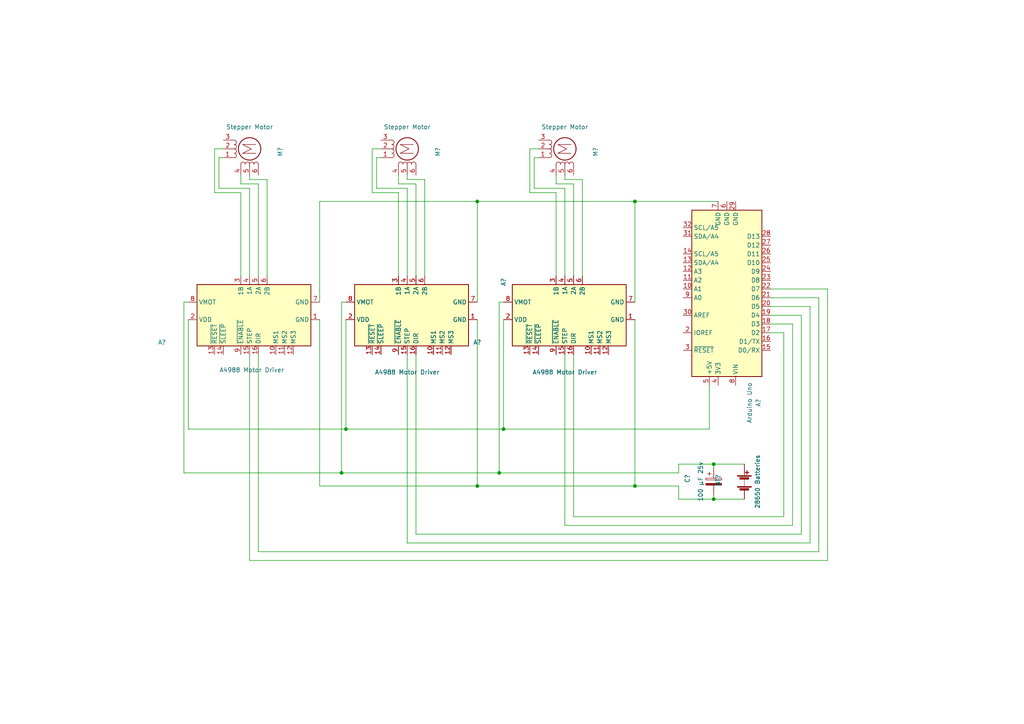
<source format=kicad_sch>
(kicad_sch (version 20211123) (generator eeschema)

  (uuid 5814599c-68e9-4ae1-a8ad-74253c6d35fd)

  (paper "A4")

  (title_block
    (title "One Stepper Motor Circuit")
    (date "2022-10-11")
  )

  (lib_symbols
    (symbol "Device:Battery" (pin_numbers hide) (pin_names (offset 0) hide) (in_bom yes) (on_board yes)
      (property "Reference" "BT" (id 0) (at 2.54 2.54 0)
        (effects (font (size 1.27 1.27)) (justify left))
      )
      (property "Value" "Battery" (id 1) (at 2.54 0 0)
        (effects (font (size 1.27 1.27)) (justify left))
      )
      (property "Footprint" "" (id 2) (at 0 1.524 90)
        (effects (font (size 1.27 1.27)) hide)
      )
      (property "Datasheet" "~" (id 3) (at 0 1.524 90)
        (effects (font (size 1.27 1.27)) hide)
      )
      (property "ki_keywords" "batt voltage-source cell" (id 4) (at 0 0 0)
        (effects (font (size 1.27 1.27)) hide)
      )
      (property "ki_description" "Multiple-cell battery" (id 5) (at 0 0 0)
        (effects (font (size 1.27 1.27)) hide)
      )
      (symbol "Battery_0_1"
        (rectangle (start -2.032 -1.397) (end 2.032 -1.651)
          (stroke (width 0) (type default) (color 0 0 0 0))
          (fill (type outline))
        )
        (rectangle (start -2.032 1.778) (end 2.032 1.524)
          (stroke (width 0) (type default) (color 0 0 0 0))
          (fill (type outline))
        )
        (rectangle (start -1.3208 -1.9812) (end 1.27 -2.4892)
          (stroke (width 0) (type default) (color 0 0 0 0))
          (fill (type outline))
        )
        (rectangle (start -1.3208 1.1938) (end 1.27 0.6858)
          (stroke (width 0) (type default) (color 0 0 0 0))
          (fill (type outline))
        )
        (polyline
          (pts
            (xy 0 -1.524)
            (xy 0 -1.27)
          )
          (stroke (width 0) (type default) (color 0 0 0 0))
          (fill (type none))
        )
        (polyline
          (pts
            (xy 0 -1.016)
            (xy 0 -0.762)
          )
          (stroke (width 0) (type default) (color 0 0 0 0))
          (fill (type none))
        )
        (polyline
          (pts
            (xy 0 -0.508)
            (xy 0 -0.254)
          )
          (stroke (width 0) (type default) (color 0 0 0 0))
          (fill (type none))
        )
        (polyline
          (pts
            (xy 0 0)
            (xy 0 0.254)
          )
          (stroke (width 0) (type default) (color 0 0 0 0))
          (fill (type none))
        )
        (polyline
          (pts
            (xy 0 0.508)
            (xy 0 0.762)
          )
          (stroke (width 0) (type default) (color 0 0 0 0))
          (fill (type none))
        )
        (polyline
          (pts
            (xy 0 1.778)
            (xy 0 2.54)
          )
          (stroke (width 0) (type default) (color 0 0 0 0))
          (fill (type none))
        )
        (polyline
          (pts
            (xy 0.254 2.667)
            (xy 1.27 2.667)
          )
          (stroke (width 0.254) (type default) (color 0 0 0 0))
          (fill (type none))
        )
        (polyline
          (pts
            (xy 0.762 3.175)
            (xy 0.762 2.159)
          )
          (stroke (width 0.254) (type default) (color 0 0 0 0))
          (fill (type none))
        )
      )
      (symbol "Battery_1_1"
        (pin passive line (at 0 5.08 270) (length 2.54)
          (name "+" (effects (font (size 1.27 1.27))))
          (number "1" (effects (font (size 1.27 1.27))))
        )
        (pin passive line (at 0 -5.08 90) (length 2.54)
          (name "-" (effects (font (size 1.27 1.27))))
          (number "2" (effects (font (size 1.27 1.27))))
        )
      )
    )
    (symbol "Device:C_Polarized" (pin_numbers hide) (pin_names (offset 0.254)) (in_bom yes) (on_board yes)
      (property "Reference" "C" (id 0) (at 0.635 2.54 0)
        (effects (font (size 1.27 1.27)) (justify left))
      )
      (property "Value" "C_Polarized" (id 1) (at 0.635 -2.54 0)
        (effects (font (size 1.27 1.27)) (justify left))
      )
      (property "Footprint" "" (id 2) (at 0.9652 -3.81 0)
        (effects (font (size 1.27 1.27)) hide)
      )
      (property "Datasheet" "~" (id 3) (at 0 0 0)
        (effects (font (size 1.27 1.27)) hide)
      )
      (property "ki_keywords" "cap capacitor" (id 4) (at 0 0 0)
        (effects (font (size 1.27 1.27)) hide)
      )
      (property "ki_description" "Polarized capacitor" (id 5) (at 0 0 0)
        (effects (font (size 1.27 1.27)) hide)
      )
      (property "ki_fp_filters" "CP_*" (id 6) (at 0 0 0)
        (effects (font (size 1.27 1.27)) hide)
      )
      (symbol "C_Polarized_0_1"
        (rectangle (start -2.286 0.508) (end 2.286 1.016)
          (stroke (width 0) (type default) (color 0 0 0 0))
          (fill (type none))
        )
        (polyline
          (pts
            (xy -1.778 2.286)
            (xy -0.762 2.286)
          )
          (stroke (width 0) (type default) (color 0 0 0 0))
          (fill (type none))
        )
        (polyline
          (pts
            (xy -1.27 2.794)
            (xy -1.27 1.778)
          )
          (stroke (width 0) (type default) (color 0 0 0 0))
          (fill (type none))
        )
        (rectangle (start 2.286 -0.508) (end -2.286 -1.016)
          (stroke (width 0) (type default) (color 0 0 0 0))
          (fill (type outline))
        )
      )
      (symbol "C_Polarized_1_1"
        (pin passive line (at 0 3.81 270) (length 2.794)
          (name "~" (effects (font (size 1.27 1.27))))
          (number "1" (effects (font (size 1.27 1.27))))
        )
        (pin passive line (at 0 -3.81 90) (length 2.794)
          (name "~" (effects (font (size 1.27 1.27))))
          (number "2" (effects (font (size 1.27 1.27))))
        )
      )
    )
    (symbol "Driver_Motor:Pololu_Breakout_A4988" (in_bom yes) (on_board yes)
      (property "Reference" "A" (id 0) (at -2.54 19.05 0)
        (effects (font (size 1.27 1.27)) (justify right))
      )
      (property "Value" "Pololu_Breakout_A4988" (id 1) (at -2.54 16.51 0)
        (effects (font (size 1.27 1.27)) (justify right))
      )
      (property "Footprint" "Module:Pololu_Breakout-16_15.2x20.3mm" (id 2) (at 6.985 -19.05 0)
        (effects (font (size 1.27 1.27)) (justify left) hide)
      )
      (property "Datasheet" "https://www.pololu.com/product/2980/pictures" (id 3) (at 2.54 -7.62 0)
        (effects (font (size 1.27 1.27)) hide)
      )
      (property "ki_keywords" "Pololu Breakout Board Stepper Driver A4988" (id 4) (at 0 0 0)
        (effects (font (size 1.27 1.27)) hide)
      )
      (property "ki_description" "Pololu Breakout Board, Stepper Driver A4988" (id 5) (at 0 0 0)
        (effects (font (size 1.27 1.27)) hide)
      )
      (property "ki_fp_filters" "Pololu*Breakout*15.2x20.3mm*" (id 6) (at 0 0 0)
        (effects (font (size 1.27 1.27)) hide)
      )
      (symbol "Pololu_Breakout_A4988_0_1"
        (rectangle (start 10.16 -17.78) (end -7.62 15.24)
          (stroke (width 0.254) (type default) (color 0 0 0 0))
          (fill (type background))
        )
      )
      (symbol "Pololu_Breakout_A4988_1_1"
        (pin power_in line (at 0 -20.32 90) (length 2.54)
          (name "GND" (effects (font (size 1.27 1.27))))
          (number "1" (effects (font (size 1.27 1.27))))
        )
        (pin input line (at -10.16 -7.62 0) (length 2.54)
          (name "MS1" (effects (font (size 1.27 1.27))))
          (number "10" (effects (font (size 1.27 1.27))))
        )
        (pin input line (at -10.16 -10.16 0) (length 2.54)
          (name "MS2" (effects (font (size 1.27 1.27))))
          (number "11" (effects (font (size 1.27 1.27))))
        )
        (pin input line (at -10.16 -12.7 0) (length 2.54)
          (name "MS3" (effects (font (size 1.27 1.27))))
          (number "12" (effects (font (size 1.27 1.27))))
        )
        (pin input line (at -10.16 10.16 0) (length 2.54)
          (name "~{RESET}" (effects (font (size 1.27 1.27))))
          (number "13" (effects (font (size 1.27 1.27))))
        )
        (pin input line (at -10.16 7.62 0) (length 2.54)
          (name "~{SLEEP}" (effects (font (size 1.27 1.27))))
          (number "14" (effects (font (size 1.27 1.27))))
        )
        (pin input line (at -10.16 0 0) (length 2.54)
          (name "STEP" (effects (font (size 1.27 1.27))))
          (number "15" (effects (font (size 1.27 1.27))))
        )
        (pin input line (at -10.16 -2.54 0) (length 2.54)
          (name "DIR" (effects (font (size 1.27 1.27))))
          (number "16" (effects (font (size 1.27 1.27))))
        )
        (pin power_in line (at 0 17.78 270) (length 2.54)
          (name "VDD" (effects (font (size 1.27 1.27))))
          (number "2" (effects (font (size 1.27 1.27))))
        )
        (pin output line (at 12.7 2.54 180) (length 2.54)
          (name "1B" (effects (font (size 1.27 1.27))))
          (number "3" (effects (font (size 1.27 1.27))))
        )
        (pin output line (at 12.7 0 180) (length 2.54)
          (name "1A" (effects (font (size 1.27 1.27))))
          (number "4" (effects (font (size 1.27 1.27))))
        )
        (pin output line (at 12.7 -2.54 180) (length 2.54)
          (name "2A" (effects (font (size 1.27 1.27))))
          (number "5" (effects (font (size 1.27 1.27))))
        )
        (pin output line (at 12.7 -5.08 180) (length 2.54)
          (name "2B" (effects (font (size 1.27 1.27))))
          (number "6" (effects (font (size 1.27 1.27))))
        )
        (pin power_in line (at 5.08 -20.32 90) (length 2.54)
          (name "GND" (effects (font (size 1.27 1.27))))
          (number "7" (effects (font (size 1.27 1.27))))
        )
        (pin power_in line (at 5.08 17.78 270) (length 2.54)
          (name "VMOT" (effects (font (size 1.27 1.27))))
          (number "8" (effects (font (size 1.27 1.27))))
        )
        (pin input line (at -10.16 2.54 0) (length 2.54)
          (name "~{ENABLE}" (effects (font (size 1.27 1.27))))
          (number "9" (effects (font (size 1.27 1.27))))
        )
      )
    )
    (symbol "MCU_Module:Arduino_UNO_R3" (in_bom yes) (on_board yes)
      (property "Reference" "A" (id 0) (at -10.16 23.495 0)
        (effects (font (size 1.27 1.27)) (justify left bottom))
      )
      (property "Value" "Arduino_UNO_R3" (id 1) (at 5.08 -26.67 0)
        (effects (font (size 1.27 1.27)) (justify left top))
      )
      (property "Footprint" "Module:Arduino_UNO_R3" (id 2) (at 0 0 0)
        (effects (font (size 1.27 1.27) italic) hide)
      )
      (property "Datasheet" "https://www.arduino.cc/en/Main/arduinoBoardUno" (id 3) (at 0 0 0)
        (effects (font (size 1.27 1.27)) hide)
      )
      (property "ki_keywords" "Arduino UNO R3 Microcontroller Module Atmel AVR USB" (id 4) (at 0 0 0)
        (effects (font (size 1.27 1.27)) hide)
      )
      (property "ki_description" "Arduino UNO Microcontroller Module, release 3" (id 5) (at 0 0 0)
        (effects (font (size 1.27 1.27)) hide)
      )
      (property "ki_fp_filters" "Arduino*UNO*R3*" (id 6) (at 0 0 0)
        (effects (font (size 1.27 1.27)) hide)
      )
      (symbol "Arduino_UNO_R3_0_1"
        (rectangle (start -10.16 22.86) (end 10.16 -25.4)
          (stroke (width 0.254) (type default) (color 0 0 0 0))
          (fill (type background))
        )
      )
      (symbol "Arduino_UNO_R3_1_1"
        (pin no_connect line (at -10.16 -20.32 0) (length 2.54) hide
          (name "NC" (effects (font (size 1.27 1.27))))
          (number "1" (effects (font (size 1.27 1.27))))
        )
        (pin bidirectional line (at 12.7 -2.54 180) (length 2.54)
          (name "A1" (effects (font (size 1.27 1.27))))
          (number "10" (effects (font (size 1.27 1.27))))
        )
        (pin bidirectional line (at 12.7 -5.08 180) (length 2.54)
          (name "A2" (effects (font (size 1.27 1.27))))
          (number "11" (effects (font (size 1.27 1.27))))
        )
        (pin bidirectional line (at 12.7 -7.62 180) (length 2.54)
          (name "A3" (effects (font (size 1.27 1.27))))
          (number "12" (effects (font (size 1.27 1.27))))
        )
        (pin bidirectional line (at 12.7 -10.16 180) (length 2.54)
          (name "SDA/A4" (effects (font (size 1.27 1.27))))
          (number "13" (effects (font (size 1.27 1.27))))
        )
        (pin bidirectional line (at 12.7 -12.7 180) (length 2.54)
          (name "SCL/A5" (effects (font (size 1.27 1.27))))
          (number "14" (effects (font (size 1.27 1.27))))
        )
        (pin bidirectional line (at -12.7 15.24 0) (length 2.54)
          (name "D0/RX" (effects (font (size 1.27 1.27))))
          (number "15" (effects (font (size 1.27 1.27))))
        )
        (pin bidirectional line (at -12.7 12.7 0) (length 2.54)
          (name "D1/TX" (effects (font (size 1.27 1.27))))
          (number "16" (effects (font (size 1.27 1.27))))
        )
        (pin bidirectional line (at -12.7 10.16 0) (length 2.54)
          (name "D2" (effects (font (size 1.27 1.27))))
          (number "17" (effects (font (size 1.27 1.27))))
        )
        (pin bidirectional line (at -12.7 7.62 0) (length 2.54)
          (name "D3" (effects (font (size 1.27 1.27))))
          (number "18" (effects (font (size 1.27 1.27))))
        )
        (pin bidirectional line (at -12.7 5.08 0) (length 2.54)
          (name "D4" (effects (font (size 1.27 1.27))))
          (number "19" (effects (font (size 1.27 1.27))))
        )
        (pin output line (at 12.7 10.16 180) (length 2.54)
          (name "IOREF" (effects (font (size 1.27 1.27))))
          (number "2" (effects (font (size 1.27 1.27))))
        )
        (pin bidirectional line (at -12.7 2.54 0) (length 2.54)
          (name "D5" (effects (font (size 1.27 1.27))))
          (number "20" (effects (font (size 1.27 1.27))))
        )
        (pin bidirectional line (at -12.7 0 0) (length 2.54)
          (name "D6" (effects (font (size 1.27 1.27))))
          (number "21" (effects (font (size 1.27 1.27))))
        )
        (pin bidirectional line (at -12.7 -2.54 0) (length 2.54)
          (name "D7" (effects (font (size 1.27 1.27))))
          (number "22" (effects (font (size 1.27 1.27))))
        )
        (pin bidirectional line (at -12.7 -5.08 0) (length 2.54)
          (name "D8" (effects (font (size 1.27 1.27))))
          (number "23" (effects (font (size 1.27 1.27))))
        )
        (pin bidirectional line (at -12.7 -7.62 0) (length 2.54)
          (name "D9" (effects (font (size 1.27 1.27))))
          (number "24" (effects (font (size 1.27 1.27))))
        )
        (pin bidirectional line (at -12.7 -10.16 0) (length 2.54)
          (name "D10" (effects (font (size 1.27 1.27))))
          (number "25" (effects (font (size 1.27 1.27))))
        )
        (pin bidirectional line (at -12.7 -12.7 0) (length 2.54)
          (name "D11" (effects (font (size 1.27 1.27))))
          (number "26" (effects (font (size 1.27 1.27))))
        )
        (pin bidirectional line (at -12.7 -15.24 0) (length 2.54)
          (name "D12" (effects (font (size 1.27 1.27))))
          (number "27" (effects (font (size 1.27 1.27))))
        )
        (pin bidirectional line (at -12.7 -17.78 0) (length 2.54)
          (name "D13" (effects (font (size 1.27 1.27))))
          (number "28" (effects (font (size 1.27 1.27))))
        )
        (pin power_in line (at -2.54 -27.94 90) (length 2.54)
          (name "GND" (effects (font (size 1.27 1.27))))
          (number "29" (effects (font (size 1.27 1.27))))
        )
        (pin input line (at 12.7 15.24 180) (length 2.54)
          (name "~{RESET}" (effects (font (size 1.27 1.27))))
          (number "3" (effects (font (size 1.27 1.27))))
        )
        (pin input line (at 12.7 5.08 180) (length 2.54)
          (name "AREF" (effects (font (size 1.27 1.27))))
          (number "30" (effects (font (size 1.27 1.27))))
        )
        (pin bidirectional line (at 12.7 -17.78 180) (length 2.54)
          (name "SDA/A4" (effects (font (size 1.27 1.27))))
          (number "31" (effects (font (size 1.27 1.27))))
        )
        (pin bidirectional line (at 12.7 -20.32 180) (length 2.54)
          (name "SCL/A5" (effects (font (size 1.27 1.27))))
          (number "32" (effects (font (size 1.27 1.27))))
        )
        (pin power_out line (at 2.54 25.4 270) (length 2.54)
          (name "3V3" (effects (font (size 1.27 1.27))))
          (number "4" (effects (font (size 1.27 1.27))))
        )
        (pin power_out line (at 5.08 25.4 270) (length 2.54)
          (name "+5V" (effects (font (size 1.27 1.27))))
          (number "5" (effects (font (size 1.27 1.27))))
        )
        (pin power_in line (at 0 -27.94 90) (length 2.54)
          (name "GND" (effects (font (size 1.27 1.27))))
          (number "6" (effects (font (size 1.27 1.27))))
        )
        (pin power_in line (at 2.54 -27.94 90) (length 2.54)
          (name "GND" (effects (font (size 1.27 1.27))))
          (number "7" (effects (font (size 1.27 1.27))))
        )
        (pin power_in line (at -2.54 25.4 270) (length 2.54)
          (name "VIN" (effects (font (size 1.27 1.27))))
          (number "8" (effects (font (size 1.27 1.27))))
        )
        (pin bidirectional line (at 12.7 0 180) (length 2.54)
          (name "A0" (effects (font (size 1.27 1.27))))
          (number "9" (effects (font (size 1.27 1.27))))
        )
      )
    )
    (symbol "Motor:Stepper_Motor_unipolar_6pin" (pin_names (offset 0) hide) (in_bom yes) (on_board yes)
      (property "Reference" "M" (id 0) (at 3.81 2.54 0)
        (effects (font (size 1.27 1.27)) (justify left))
      )
      (property "Value" "Stepper_Motor_unipolar_6pin" (id 1) (at 3.81 1.27 0)
        (effects (font (size 1.27 1.27)) (justify left top))
      )
      (property "Footprint" "" (id 2) (at 0.254 -0.254 0)
        (effects (font (size 1.27 1.27)) hide)
      )
      (property "Datasheet" "http://www.infineon.com/dgdl/Application-Note-TLE8110EE_driving_UniPolarStepperMotor_V1.1.pdf?fileId=db3a30431be39b97011be5d0aa0a00b0" (id 3) (at 0.254 -0.254 0)
        (effects (font (size 1.27 1.27)) hide)
      )
      (property "ki_keywords" "unipolar stepper motor" (id 4) (at 0 0 0)
        (effects (font (size 1.27 1.27)) hide)
      )
      (property "ki_description" "6-wire unipolar stepper motor" (id 5) (at 0 0 0)
        (effects (font (size 1.27 1.27)) hide)
      )
      (property "ki_fp_filters" "PinHeader*P2.54mm* TerminalBlock*" (id 6) (at 0 0 0)
        (effects (font (size 1.27 1.27)) hide)
      )
      (symbol "Stepper_Motor_unipolar_6pin_0_0"
        (polyline
          (pts
            (xy -1.27 -1.778)
            (xy -1.27 2.032)
            (xy 0 -0.508)
            (xy 1.27 2.032)
            (xy 1.27 -1.778)
          )
          (stroke (width 0) (type default) (color 0 0 0 0))
          (fill (type none))
        )
      )
      (symbol "Stepper_Motor_unipolar_6pin_0_1"
        (arc (start -4.445 -2.54) (mid -3.81 -1.905) (end -4.445 -1.27)
          (stroke (width 0) (type default) (color 0 0 0 0))
          (fill (type none))
        )
        (arc (start -4.445 -1.27) (mid -3.81 -0.635) (end -4.445 0)
          (stroke (width 0) (type default) (color 0 0 0 0))
          (fill (type none))
        )
        (arc (start -4.445 0) (mid -3.81 0.635) (end -4.445 1.27)
          (stroke (width 0) (type default) (color 0 0 0 0))
          (fill (type none))
        )
        (arc (start -4.445 1.27) (mid -3.81 1.905) (end -4.445 2.54)
          (stroke (width 0) (type default) (color 0 0 0 0))
          (fill (type none))
        )
        (arc (start -2.54 4.445) (mid -1.905 3.81) (end -1.27 4.445)
          (stroke (width 0) (type default) (color 0 0 0 0))
          (fill (type none))
        )
        (arc (start -1.27 4.445) (mid -0.635 3.81) (end 0 4.445)
          (stroke (width 0) (type default) (color 0 0 0 0))
          (fill (type none))
        )
        (polyline
          (pts
            (xy -5.08 -2.54)
            (xy -4.445 -2.54)
          )
          (stroke (width 0) (type default) (color 0 0 0 0))
          (fill (type none))
        )
        (polyline
          (pts
            (xy -5.08 2.54)
            (xy -4.445 2.54)
          )
          (stroke (width 0) (type default) (color 0 0 0 0))
          (fill (type none))
        )
        (polyline
          (pts
            (xy -4.445 0)
            (xy -5.08 0)
          )
          (stroke (width 0) (type default) (color 0 0 0 0))
          (fill (type none))
        )
        (polyline
          (pts
            (xy -2.54 4.445)
            (xy -2.54 5.08)
          )
          (stroke (width 0) (type default) (color 0 0 0 0))
          (fill (type none))
        )
        (polyline
          (pts
            (xy 0 4.445)
            (xy 0 5.08)
          )
          (stroke (width 0) (type default) (color 0 0 0 0))
          (fill (type none))
        )
        (polyline
          (pts
            (xy 2.54 4.445)
            (xy 2.54 5.08)
          )
          (stroke (width 0) (type default) (color 0 0 0 0))
          (fill (type none))
        )
        (circle (center 0 0) (radius 3.2512)
          (stroke (width 0.254) (type default) (color 0 0 0 0))
          (fill (type none))
        )
        (arc (start 0 4.445) (mid 0.635 3.81) (end 1.27 4.445)
          (stroke (width 0) (type default) (color 0 0 0 0))
          (fill (type none))
        )
        (arc (start 1.27 4.445) (mid 1.905 3.81) (end 2.54 4.445)
          (stroke (width 0) (type default) (color 0 0 0 0))
          (fill (type none))
        )
      )
      (symbol "Stepper_Motor_unipolar_6pin_1_1"
        (pin passive line (at -2.54 7.62 270) (length 2.54)
          (name "~" (effects (font (size 1.27 1.27))))
          (number "1" (effects (font (size 1.27 1.27))))
        )
        (pin passive line (at 0 7.62 270) (length 2.54)
          (name "~" (effects (font (size 1.27 1.27))))
          (number "2" (effects (font (size 1.27 1.27))))
        )
        (pin passive line (at 2.54 7.62 270) (length 2.54)
          (name "-" (effects (font (size 1.27 1.27))))
          (number "3" (effects (font (size 1.27 1.27))))
        )
        (pin passive line (at -7.62 2.54 0) (length 2.54)
          (name "~" (effects (font (size 1.27 1.27))))
          (number "4" (effects (font (size 1.27 1.27))))
        )
        (pin passive line (at -7.62 0 0) (length 2.54)
          (name "~" (effects (font (size 1.27 1.27))))
          (number "5" (effects (font (size 1.27 1.27))))
        )
        (pin passive line (at -7.62 -2.54 0) (length 2.54)
          (name "~" (effects (font (size 1.27 1.27))))
          (number "6" (effects (font (size 1.27 1.27))))
        )
      )
    )
  )

  (junction (at 184.15 140.97) (diameter 0) (color 0 0 0 0)
    (uuid 041c3a63-ec5f-4dc7-b656-7bf90aa5500f)
  )
  (junction (at 138.43 140.97) (diameter 0) (color 0 0 0 0)
    (uuid 049599e4-c04f-403d-8aac-e1a02aaf62cf)
  )
  (junction (at 138.43 58.42) (diameter 0) (color 0 0 0 0)
    (uuid 0f0d82ab-3ef3-4ba4-ba66-af7894580511)
  )
  (junction (at 207.01 144.78) (diameter 0) (color 0 0 0 0)
    (uuid 3c29ceff-0d2f-419a-837d-af40d6582f0d)
  )
  (junction (at 99.06 137.16) (diameter 0) (color 0 0 0 0)
    (uuid 5e076b32-34e8-4711-94be-f6677547d104)
  )
  (junction (at 100.33 124.46) (diameter 0) (color 0 0 0 0)
    (uuid 74dff7a2-db58-4851-a433-1e8eab6ff7d2)
  )
  (junction (at 144.78 137.16) (diameter 0) (color 0 0 0 0)
    (uuid 86293906-3d4c-4ca8-a8f7-924d25d4b691)
  )
  (junction (at 184.15 58.42) (diameter 0) (color 0 0 0 0)
    (uuid 9fed7a2d-1af7-41e5-b1af-b3e765df08c7)
  )
  (junction (at 146.05 124.46) (diameter 0) (color 0 0 0 0)
    (uuid db956449-86f4-4d8c-a1e3-4c3085d775f5)
  )
  (junction (at 207.01 134.62) (diameter 0) (color 0 0 0 0)
    (uuid e2358d3e-8bd6-49d8-aa19-0d823e278a8e)
  )

  (wire (pts (xy 63.5 45.72) (xy 64.77 45.72))
    (stroke (width 0) (type default) (color 0 0 0 0))
    (uuid 0228c2d7-b40c-44fe-a19c-1f77ad95c794)
  )
  (wire (pts (xy 72.39 52.07) (xy 72.39 50.8))
    (stroke (width 0) (type default) (color 0 0 0 0))
    (uuid 081fd1b1-183b-4a26-a5b5-462d05f032ec)
  )
  (wire (pts (xy 237.49 86.36) (xy 237.49 160.02))
    (stroke (width 0) (type default) (color 0 0 0 0))
    (uuid 0f47f003-962b-4791-b134-895c935f6995)
  )
  (wire (pts (xy 229.87 93.98) (xy 229.87 152.4))
    (stroke (width 0) (type default) (color 0 0 0 0))
    (uuid 11120b28-2d97-41de-b356-5a59441e5235)
  )
  (wire (pts (xy 168.91 80.01) (xy 168.91 52.07))
    (stroke (width 0) (type default) (color 0 0 0 0))
    (uuid 12a6a041-7ef8-47ea-94fe-6951e4216486)
  )
  (wire (pts (xy 223.52 91.44) (xy 232.41 91.44))
    (stroke (width 0) (type default) (color 0 0 0 0))
    (uuid 141cc15d-4f00-45ba-9e54-da5a93241aa5)
  )
  (wire (pts (xy 77.47 52.07) (xy 72.39 52.07))
    (stroke (width 0) (type default) (color 0 0 0 0))
    (uuid 14dad723-996a-42ee-bde2-0b803cdadd44)
  )
  (wire (pts (xy 99.06 137.16) (xy 53.34 137.16))
    (stroke (width 0) (type default) (color 0 0 0 0))
    (uuid 1573b540-513d-486e-bcf9-5283252b6393)
  )
  (wire (pts (xy 69.85 55.88) (xy 62.23 55.88))
    (stroke (width 0) (type default) (color 0 0 0 0))
    (uuid 15df4152-0f71-4baf-aae8-4c91462af374)
  )
  (wire (pts (xy 196.85 144.78) (xy 196.85 140.97))
    (stroke (width 0) (type default) (color 0 0 0 0))
    (uuid 17d57df8-b659-4792-bcbf-9ee6d9d51153)
  )
  (wire (pts (xy 207.01 134.62) (xy 207.01 135.89))
    (stroke (width 0) (type default) (color 0 0 0 0))
    (uuid 19489391-0baa-4a27-90c2-6787c28196da)
  )
  (wire (pts (xy 120.65 154.94) (xy 120.65 102.87))
    (stroke (width 0) (type default) (color 0 0 0 0))
    (uuid 1ad1ce87-1b5f-41d9-8fc2-7af42360513f)
  )
  (wire (pts (xy 53.34 87.63) (xy 54.61 87.63))
    (stroke (width 0) (type default) (color 0 0 0 0))
    (uuid 1b651392-dc32-4f21-8ef8-9fe99bb2f709)
  )
  (wire (pts (xy 166.37 53.34) (xy 161.29 53.34))
    (stroke (width 0) (type default) (color 0 0 0 0))
    (uuid 1c44ba13-7be9-402c-8349-ad9e22b5a1e8)
  )
  (wire (pts (xy 138.43 58.42) (xy 138.43 87.63))
    (stroke (width 0) (type default) (color 0 0 0 0))
    (uuid 1c5b97ab-3029-4463-ad10-1f47b2a71a5b)
  )
  (wire (pts (xy 232.41 154.94) (xy 120.65 154.94))
    (stroke (width 0) (type default) (color 0 0 0 0))
    (uuid 1dd50213-903b-40e6-908b-12777a26118b)
  )
  (wire (pts (xy 146.05 124.46) (xy 100.33 124.46))
    (stroke (width 0) (type default) (color 0 0 0 0))
    (uuid 1fb5e068-6e03-4e89-adc5-d314c3fe1b35)
  )
  (wire (pts (xy 118.11 52.07) (xy 118.11 50.8))
    (stroke (width 0) (type default) (color 0 0 0 0))
    (uuid 24321865-81ed-4222-b543-a76facf929ab)
  )
  (wire (pts (xy 69.85 53.34) (xy 69.85 50.8))
    (stroke (width 0) (type default) (color 0 0 0 0))
    (uuid 24ee5cdc-0249-4638-b614-cebf895c1bda)
  )
  (wire (pts (xy 161.29 55.88) (xy 153.67 55.88))
    (stroke (width 0) (type default) (color 0 0 0 0))
    (uuid 2c227e8a-4c92-4688-8f76-cfe0f04d64d1)
  )
  (wire (pts (xy 99.06 87.63) (xy 100.33 87.63))
    (stroke (width 0) (type default) (color 0 0 0 0))
    (uuid 2cf0639d-d5fc-497b-bf52-cd165de8dc0d)
  )
  (wire (pts (xy 123.19 80.01) (xy 123.19 52.07))
    (stroke (width 0) (type default) (color 0 0 0 0))
    (uuid 2e7e5194-9c49-42cc-a7fc-5e93dfc62330)
  )
  (wire (pts (xy 227.33 149.86) (xy 166.37 149.86))
    (stroke (width 0) (type default) (color 0 0 0 0))
    (uuid 2ea956bd-eff2-4ed2-be95-27cebc7c339b)
  )
  (wire (pts (xy 62.23 43.18) (xy 64.77 43.18))
    (stroke (width 0) (type default) (color 0 0 0 0))
    (uuid 2ee8e713-4b5c-4637-ae65-c3bdbafd396f)
  )
  (wire (pts (xy 72.39 80.01) (xy 72.39 54.61))
    (stroke (width 0) (type default) (color 0 0 0 0))
    (uuid 2f7709e1-1058-4e97-b365-141ff18ecbbd)
  )
  (wire (pts (xy 153.67 43.18) (xy 156.21 43.18))
    (stroke (width 0) (type default) (color 0 0 0 0))
    (uuid 3100d9ec-3092-4336-a10c-16632241e1f3)
  )
  (wire (pts (xy 208.28 58.42) (xy 184.15 58.42))
    (stroke (width 0) (type default) (color 0 0 0 0))
    (uuid 3126b1e9-dc33-4ddc-a8f9-91da1c41b999)
  )
  (wire (pts (xy 196.85 134.62) (xy 196.85 137.16))
    (stroke (width 0) (type default) (color 0 0 0 0))
    (uuid 3152c253-ceb5-4e04-ab8e-c202a8fe3c43)
  )
  (wire (pts (xy 163.83 80.01) (xy 163.83 54.61))
    (stroke (width 0) (type default) (color 0 0 0 0))
    (uuid 347e676b-38d5-4a94-a073-abda11642478)
  )
  (wire (pts (xy 115.57 80.01) (xy 115.57 55.88))
    (stroke (width 0) (type default) (color 0 0 0 0))
    (uuid 38ba9a2e-8f09-4d3e-a449-08f2fbf57ad6)
  )
  (wire (pts (xy 166.37 149.86) (xy 166.37 102.87))
    (stroke (width 0) (type default) (color 0 0 0 0))
    (uuid 3bb370f4-ec92-415b-856b-6faff9ba944c)
  )
  (wire (pts (xy 223.52 88.9) (xy 234.95 88.9))
    (stroke (width 0) (type default) (color 0 0 0 0))
    (uuid 3cbc0c59-f085-4bba-b8f9-dd550b4d9d44)
  )
  (wire (pts (xy 118.11 80.01) (xy 118.11 54.61))
    (stroke (width 0) (type default) (color 0 0 0 0))
    (uuid 3ec4313b-f0d1-4a11-863c-87b20b9ccccb)
  )
  (wire (pts (xy 168.91 52.07) (xy 163.83 52.07))
    (stroke (width 0) (type default) (color 0 0 0 0))
    (uuid 45174c1b-5a06-4398-9602-bf536b9a782e)
  )
  (wire (pts (xy 115.57 53.34) (xy 115.57 50.8))
    (stroke (width 0) (type default) (color 0 0 0 0))
    (uuid 46d1b7c3-f59a-4150-9f17-6815718bb503)
  )
  (wire (pts (xy 207.01 134.62) (xy 196.85 134.62))
    (stroke (width 0) (type default) (color 0 0 0 0))
    (uuid 472ccd99-ffba-4d27-bdfd-9015f6485e25)
  )
  (wire (pts (xy 144.78 87.63) (xy 146.05 87.63))
    (stroke (width 0) (type default) (color 0 0 0 0))
    (uuid 49781ca5-9e4c-4112-b006-74fc9ad3c3ec)
  )
  (wire (pts (xy 74.93 160.02) (xy 74.93 102.87))
    (stroke (width 0) (type default) (color 0 0 0 0))
    (uuid 4a93be60-cf0e-4343-8601-3b45ac5cacaf)
  )
  (wire (pts (xy 223.52 96.52) (xy 227.33 96.52))
    (stroke (width 0) (type default) (color 0 0 0 0))
    (uuid 4c919dda-a7f3-420e-a98f-0f11c933dfc8)
  )
  (wire (pts (xy 63.5 54.61) (xy 63.5 45.72))
    (stroke (width 0) (type default) (color 0 0 0 0))
    (uuid 5201e5c3-7a3c-4b68-88e6-00bac0202972)
  )
  (wire (pts (xy 74.93 80.01) (xy 74.93 53.34))
    (stroke (width 0) (type default) (color 0 0 0 0))
    (uuid 53d699cb-e7a8-4107-834e-a06acfdad4cc)
  )
  (wire (pts (xy 92.71 58.42) (xy 92.71 87.63))
    (stroke (width 0) (type default) (color 0 0 0 0))
    (uuid 558a1c81-df27-4d5d-91b0-721cd288c319)
  )
  (wire (pts (xy 166.37 80.01) (xy 166.37 53.34))
    (stroke (width 0) (type default) (color 0 0 0 0))
    (uuid 57b04801-7be2-4bf3-b2af-32ce36665dce)
  )
  (wire (pts (xy 227.33 96.52) (xy 227.33 149.86))
    (stroke (width 0) (type default) (color 0 0 0 0))
    (uuid 58db25ff-ec3c-413f-88bc-de42fed71936)
  )
  (wire (pts (xy 92.71 140.97) (xy 92.71 92.71))
    (stroke (width 0) (type default) (color 0 0 0 0))
    (uuid 5ccf6df6-da10-4bf6-9084-dd0de98a35a3)
  )
  (wire (pts (xy 100.33 124.46) (xy 100.33 92.71))
    (stroke (width 0) (type default) (color 0 0 0 0))
    (uuid 5cff8817-4de8-44fc-8826-b729d15fad75)
  )
  (wire (pts (xy 184.15 140.97) (xy 184.15 92.71))
    (stroke (width 0) (type default) (color 0 0 0 0))
    (uuid 5f19f485-fbd9-4ab1-bce0-e6f03b9013cf)
  )
  (wire (pts (xy 62.23 55.88) (xy 62.23 43.18))
    (stroke (width 0) (type default) (color 0 0 0 0))
    (uuid 62a4671d-b349-42a4-a2b2-c604b1e3c46c)
  )
  (wire (pts (xy 184.15 58.42) (xy 184.15 87.63))
    (stroke (width 0) (type default) (color 0 0 0 0))
    (uuid 631c3955-27f9-4c98-98f1-a534cc90b178)
  )
  (wire (pts (xy 223.52 83.82) (xy 240.03 83.82))
    (stroke (width 0) (type default) (color 0 0 0 0))
    (uuid 6c991dc8-b0bc-4546-9f63-aa55bafd6e69)
  )
  (wire (pts (xy 138.43 58.42) (xy 92.71 58.42))
    (stroke (width 0) (type default) (color 0 0 0 0))
    (uuid 6ed59b92-b9de-4895-ae74-727e6be9d1ea)
  )
  (wire (pts (xy 161.29 80.01) (xy 161.29 55.88))
    (stroke (width 0) (type default) (color 0 0 0 0))
    (uuid 6f80efbd-02e5-4b25-9ef5-19e02775f149)
  )
  (wire (pts (xy 223.52 86.36) (xy 237.49 86.36))
    (stroke (width 0) (type default) (color 0 0 0 0))
    (uuid 730a1c4f-8e67-4f07-a50e-b3ceeadf4120)
  )
  (wire (pts (xy 163.83 54.61) (xy 154.94 54.61))
    (stroke (width 0) (type default) (color 0 0 0 0))
    (uuid 7473b208-00de-4d99-8d47-fad2c540a10b)
  )
  (wire (pts (xy 120.65 53.34) (xy 115.57 53.34))
    (stroke (width 0) (type default) (color 0 0 0 0))
    (uuid 7794039e-0eb5-44c0-9f5a-e0607507dcb1)
  )
  (wire (pts (xy 138.43 140.97) (xy 92.71 140.97))
    (stroke (width 0) (type default) (color 0 0 0 0))
    (uuid 79dbc60d-9eca-4cbe-88a1-f033b35deb7e)
  )
  (wire (pts (xy 229.87 152.4) (xy 163.83 152.4))
    (stroke (width 0) (type default) (color 0 0 0 0))
    (uuid 7a6fe7c2-ed74-4d5f-96fe-2e8f17a254a7)
  )
  (wire (pts (xy 240.03 162.56) (xy 72.39 162.56))
    (stroke (width 0) (type default) (color 0 0 0 0))
    (uuid 7bd375e7-7077-41cd-b9e7-8ebc50212fde)
  )
  (wire (pts (xy 109.22 45.72) (xy 110.49 45.72))
    (stroke (width 0) (type default) (color 0 0 0 0))
    (uuid 7d17cc2d-feff-4156-94c4-28d156c24710)
  )
  (wire (pts (xy 118.11 54.61) (xy 109.22 54.61))
    (stroke (width 0) (type default) (color 0 0 0 0))
    (uuid 7da660ed-2d48-4754-9235-3f6edd733af9)
  )
  (wire (pts (xy 215.9 144.78) (xy 207.01 144.78))
    (stroke (width 0) (type default) (color 0 0 0 0))
    (uuid 7deaa475-6ec6-4c73-91dc-d40fbf2fe329)
  )
  (wire (pts (xy 120.65 80.01) (xy 120.65 53.34))
    (stroke (width 0) (type default) (color 0 0 0 0))
    (uuid 809ad33c-776b-41da-9d4a-e1fe4f644fbe)
  )
  (wire (pts (xy 161.29 53.34) (xy 161.29 50.8))
    (stroke (width 0) (type default) (color 0 0 0 0))
    (uuid 81d38169-4d7e-4dc0-9ebc-da27a14d409d)
  )
  (wire (pts (xy 74.93 53.34) (xy 69.85 53.34))
    (stroke (width 0) (type default) (color 0 0 0 0))
    (uuid 860faf40-d297-497e-8c42-c94a7126f334)
  )
  (wire (pts (xy 54.61 124.46) (xy 54.61 92.71))
    (stroke (width 0) (type default) (color 0 0 0 0))
    (uuid 88ace957-cd2c-4b77-b3b2-55b0dbd1183b)
  )
  (wire (pts (xy 115.57 55.88) (xy 107.95 55.88))
    (stroke (width 0) (type default) (color 0 0 0 0))
    (uuid 93bc03cc-3f5c-46f0-9152-1374a114b13e)
  )
  (wire (pts (xy 184.15 140.97) (xy 138.43 140.97))
    (stroke (width 0) (type default) (color 0 0 0 0))
    (uuid 9416ac73-1a2f-4f0d-a831-02861ff1d139)
  )
  (wire (pts (xy 215.9 134.62) (xy 207.01 134.62))
    (stroke (width 0) (type default) (color 0 0 0 0))
    (uuid 94fda8d4-5aef-4a87-a274-a3e9803162c3)
  )
  (wire (pts (xy 118.11 157.48) (xy 118.11 102.87))
    (stroke (width 0) (type default) (color 0 0 0 0))
    (uuid 98ea2bf2-5c25-4d5e-8c43-fae344b08c3f)
  )
  (wire (pts (xy 207.01 144.78) (xy 196.85 144.78))
    (stroke (width 0) (type default) (color 0 0 0 0))
    (uuid 9c96d9b0-2315-4ceb-8aa9-8a443bc83d13)
  )
  (wire (pts (xy 196.85 140.97) (xy 184.15 140.97))
    (stroke (width 0) (type default) (color 0 0 0 0))
    (uuid 9ebdaed9-01d3-4f6b-9efe-96ffbe1f82a1)
  )
  (wire (pts (xy 196.85 137.16) (xy 144.78 137.16))
    (stroke (width 0) (type default) (color 0 0 0 0))
    (uuid a84ebba3-90a1-4500-8cef-8d44d787722f)
  )
  (wire (pts (xy 123.19 52.07) (xy 118.11 52.07))
    (stroke (width 0) (type default) (color 0 0 0 0))
    (uuid aa5adef3-8e70-4f15-885a-bad66dd2eee6)
  )
  (wire (pts (xy 207.01 144.78) (xy 207.01 143.51))
    (stroke (width 0) (type default) (color 0 0 0 0))
    (uuid ad674251-5d70-4c05-acf7-5671d54555bb)
  )
  (wire (pts (xy 240.03 83.82) (xy 240.03 162.56))
    (stroke (width 0) (type default) (color 0 0 0 0))
    (uuid ad7333bb-9dfc-4bd1-b3b2-f2dfd9cd44ec)
  )
  (wire (pts (xy 205.74 111.76) (xy 205.74 124.46))
    (stroke (width 0) (type default) (color 0 0 0 0))
    (uuid ae064e66-7cad-48ab-a056-41c5934bef7d)
  )
  (wire (pts (xy 163.83 52.07) (xy 163.83 50.8))
    (stroke (width 0) (type default) (color 0 0 0 0))
    (uuid b0724ece-fae1-4b73-83fc-a58061cc2c79)
  )
  (wire (pts (xy 144.78 137.16) (xy 144.78 87.63))
    (stroke (width 0) (type default) (color 0 0 0 0))
    (uuid b0e42cc2-bf61-4ea0-82ca-ff02d7f94d57)
  )
  (wire (pts (xy 144.78 137.16) (xy 99.06 137.16))
    (stroke (width 0) (type default) (color 0 0 0 0))
    (uuid b2f86130-05ed-4023-9c84-b5a9abc392dc)
  )
  (wire (pts (xy 72.39 162.56) (xy 72.39 102.87))
    (stroke (width 0) (type default) (color 0 0 0 0))
    (uuid b40a6c60-8ea2-4494-b9fe-0acbd0fe6979)
  )
  (wire (pts (xy 69.85 80.01) (xy 69.85 55.88))
    (stroke (width 0) (type default) (color 0 0 0 0))
    (uuid b5a97546-5ded-4d21-a4d7-21c4456d101c)
  )
  (wire (pts (xy 232.41 91.44) (xy 232.41 154.94))
    (stroke (width 0) (type default) (color 0 0 0 0))
    (uuid b9bbeeae-7dd9-4550-8503-a08aaff8c8be)
  )
  (wire (pts (xy 234.95 157.48) (xy 118.11 157.48))
    (stroke (width 0) (type default) (color 0 0 0 0))
    (uuid bea6c115-6aba-4ec0-be69-0890a8e253fb)
  )
  (wire (pts (xy 223.52 93.98) (xy 229.87 93.98))
    (stroke (width 0) (type default) (color 0 0 0 0))
    (uuid bef0d6b7-c0b0-41f0-b97a-cc8b64f89879)
  )
  (wire (pts (xy 72.39 54.61) (xy 63.5 54.61))
    (stroke (width 0) (type default) (color 0 0 0 0))
    (uuid c0134b44-f1a3-4d02-8af9-92d0848db9cd)
  )
  (wire (pts (xy 107.95 43.18) (xy 110.49 43.18))
    (stroke (width 0) (type default) (color 0 0 0 0))
    (uuid c11d397e-dcc1-410d-9a43-ca47ad4599b8)
  )
  (wire (pts (xy 154.94 54.61) (xy 154.94 45.72))
    (stroke (width 0) (type default) (color 0 0 0 0))
    (uuid c36ea6a4-e739-4b6c-b505-4f79898d9ee9)
  )
  (wire (pts (xy 100.33 124.46) (xy 54.61 124.46))
    (stroke (width 0) (type default) (color 0 0 0 0))
    (uuid c96ce8e4-10bb-42f1-b582-835ef1471f13)
  )
  (wire (pts (xy 77.47 80.01) (xy 77.47 52.07))
    (stroke (width 0) (type default) (color 0 0 0 0))
    (uuid d1d823e8-5031-4544-81e4-cc62115b9790)
  )
  (wire (pts (xy 184.15 58.42) (xy 138.43 58.42))
    (stroke (width 0) (type default) (color 0 0 0 0))
    (uuid d35ac8d2-cbf6-4902-97b3-ce00d8ae638a)
  )
  (wire (pts (xy 163.83 152.4) (xy 163.83 102.87))
    (stroke (width 0) (type default) (color 0 0 0 0))
    (uuid d6b44859-5e05-4041-aa6f-689d9cc8db2a)
  )
  (wire (pts (xy 53.34 137.16) (xy 53.34 87.63))
    (stroke (width 0) (type default) (color 0 0 0 0))
    (uuid d7222a19-1b45-40d9-ba03-6539f84e8bf6)
  )
  (wire (pts (xy 138.43 140.97) (xy 138.43 92.71))
    (stroke (width 0) (type default) (color 0 0 0 0))
    (uuid dfa3a47d-3873-490a-8295-1e6860475d71)
  )
  (wire (pts (xy 153.67 55.88) (xy 153.67 43.18))
    (stroke (width 0) (type default) (color 0 0 0 0))
    (uuid e5db98ee-254f-41dc-aa00-94f15f2a6a75)
  )
  (wire (pts (xy 146.05 124.46) (xy 205.74 124.46))
    (stroke (width 0) (type default) (color 0 0 0 0))
    (uuid e7de1d35-e808-4c9f-97af-059309df643d)
  )
  (wire (pts (xy 234.95 88.9) (xy 234.95 157.48))
    (stroke (width 0) (type default) (color 0 0 0 0))
    (uuid eea76a8e-f84f-4279-bde8-a195077d983e)
  )
  (wire (pts (xy 154.94 45.72) (xy 156.21 45.72))
    (stroke (width 0) (type default) (color 0 0 0 0))
    (uuid eeb4ef40-09da-412c-84a5-99d0449cd7d8)
  )
  (wire (pts (xy 237.49 160.02) (xy 74.93 160.02))
    (stroke (width 0) (type default) (color 0 0 0 0))
    (uuid f464cbf2-0133-40ef-a7a6-fc40e86be3e1)
  )
  (wire (pts (xy 146.05 124.46) (xy 146.05 92.71))
    (stroke (width 0) (type default) (color 0 0 0 0))
    (uuid f702ec79-9635-4f2a-8709-56909cb3647f)
  )
  (wire (pts (xy 109.22 54.61) (xy 109.22 45.72))
    (stroke (width 0) (type default) (color 0 0 0 0))
    (uuid f9a46a3e-6955-4e69-9b14-feb3f4d555e0)
  )
  (wire (pts (xy 99.06 137.16) (xy 99.06 87.63))
    (stroke (width 0) (type default) (color 0 0 0 0))
    (uuid facd5882-e89a-4079-a168-8180449102de)
  )
  (wire (pts (xy 107.95 55.88) (xy 107.95 43.18))
    (stroke (width 0) (type default) (color 0 0 0 0))
    (uuid ffcb625c-a370-4f81-a133-58e6155a450f)
  )

  (symbol (lib_id "MCU_Module:Arduino_UNO_R3") (at 210.82 86.36 180) (unit 1)
    (in_bom yes) (on_board yes) (fields_autoplaced)
    (uuid 41f111fd-e9ee-4767-83a8-973520ccf0cc)
    (property "Reference" "A?" (id 0) (at 219.9388 116.84 90))
    (property "Value" "Arduino Uno" (id 1) (at 217.3988 116.84 90))
    (property "Footprint" "Module:Arduino_UNO_R3" (id 2) (at 210.82 86.36 0)
      (effects (font (size 1.27 1.27) italic) hide)
    )
    (property "Datasheet" "https://www.arduino.cc/en/Main/arduinoBoardUno" (id 3) (at 210.82 86.36 0)
      (effects (font (size 1.27 1.27)) hide)
    )
    (pin "1" (uuid 7f7c8369-00d5-4577-bf73-a273ef90a23e))
    (pin "10" (uuid 4f60803f-631a-41a9-ac68-f8562c6fc3b0))
    (pin "11" (uuid 599935c9-f6b8-4c8e-be7d-df998f950cc0))
    (pin "12" (uuid 3e6872eb-9bae-4eb8-af0d-703860324f5a))
    (pin "13" (uuid 951a5e5c-8cf1-400a-b916-964d76bc98da))
    (pin "14" (uuid e40e3ccb-529f-4b7a-89da-c12e5c5ed949))
    (pin "15" (uuid 891cf6ba-f1a2-4cff-aeb6-e622e41eae28))
    (pin "16" (uuid fada878d-4520-4b71-8699-b6fbd02ea1c4))
    (pin "17" (uuid 95f64651-911d-4f0b-b391-dade307aacb0))
    (pin "18" (uuid 193564db-cdd8-43b5-b9c8-6a30f4318443))
    (pin "19" (uuid d97aa7be-0280-4845-9ced-ff03b38b2900))
    (pin "2" (uuid b35b1482-a789-4872-bd6a-4507c4035c1a))
    (pin "20" (uuid 329e287c-bd66-4fa2-b488-6437db214bdc))
    (pin "21" (uuid 91b11390-6f22-475e-bee4-a45d53c81647))
    (pin "22" (uuid 665332a9-040e-4ffb-8a56-a441d6734ad0))
    (pin "23" (uuid ed72c230-f0f4-468d-93fd-1eae54047b6c))
    (pin "24" (uuid 9dc72693-106e-4e3d-a894-f1f5c191dcd5))
    (pin "25" (uuid 186e44d8-0857-4b1b-a4f0-e8e93402f4a3))
    (pin "26" (uuid 97b552af-e859-4746-9978-1495ad8656d4))
    (pin "27" (uuid 2517989b-5e0a-44c6-9740-25ec7fbe82f2))
    (pin "28" (uuid 76207ac7-3f32-41fa-9395-53312fb94076))
    (pin "29" (uuid 2a73ba03-44e0-4d47-adda-78303d307aed))
    (pin "3" (uuid 1406d984-bd16-4e5d-b850-e68cc7533b13))
    (pin "30" (uuid 82278226-a5e0-45f1-b8ab-a7990b803032))
    (pin "31" (uuid cbdbf8fd-b4b5-419e-8be5-5e8c8d78f77f))
    (pin "32" (uuid 07c625ca-cf5f-41a4-ab2f-8ce74bce7c89))
    (pin "4" (uuid a54f4191-af5a-43b4-92b1-2a8fbbd4c17c))
    (pin "5" (uuid 964fd1f6-3d9a-43a8-9c5c-7d89855445d0))
    (pin "6" (uuid 9dfbeb4b-4867-4bec-8602-9aceb810b280))
    (pin "7" (uuid 116a34d2-6fdc-444c-a0c2-7881bb5b85fe))
    (pin "8" (uuid d78c71aa-7b83-4191-8bf6-3e041f9d1ee3))
    (pin "9" (uuid e56cb5af-7c98-47d4-98e4-fde0af37187e))
  )

  (symbol (lib_id "Device:C_Polarized") (at 207.01 139.7 0) (unit 1)
    (in_bom yes) (on_board yes)
    (uuid 4571815d-8645-4792-99dc-cab67fd4697d)
    (property "Reference" "C?" (id 0) (at 199.39 138.811 90))
    (property "Value" "100 µF 25v" (id 1) (at 203.2 139.7 90))
    (property "Footprint" "" (id 2) (at 207.9752 143.51 0)
      (effects (font (size 1.27 1.27)) hide)
    )
    (property "Datasheet" "~" (id 3) (at 207.01 139.7 0)
      (effects (font (size 1.27 1.27)) hide)
    )
    (pin "1" (uuid ad3b036a-a585-4687-abb1-c0dd6a752abd))
    (pin "2" (uuid 01fe785b-e2e9-4332-9365-864b973dd7a8))
  )

  (symbol (lib_id "Driver_Motor:Pololu_Breakout_A4988") (at 118.11 92.71 90) (unit 1)
    (in_bom yes) (on_board yes)
    (uuid 4d2a2732-64d2-4ea2-94d5-1aa31bbcb90a)
    (property "Reference" "A?" (id 0) (at 146.05 81.8005 0))
    (property "Value" "A4988 Motor Driver" (id 1) (at 118.11 107.95 90))
    (property "Footprint" "Module:Pololu_Breakout-16_15.2x20.3mm" (id 2) (at 137.16 85.725 0)
      (effects (font (size 1.27 1.27)) (justify left) hide)
    )
    (property "Datasheet" "https://www.pololu.com/product/2980/pictures" (id 3) (at 125.73 90.17 0)
      (effects (font (size 1.27 1.27)) hide)
    )
    (pin "1" (uuid d4545b64-e1f9-4dca-96e4-365bae2d1c6e))
    (pin "10" (uuid b5d7e995-985e-42e1-b2c2-1bf2a3ae997c))
    (pin "11" (uuid 3a3c5d2d-d569-409e-8009-57e2817da548))
    (pin "12" (uuid fb65109c-d572-4b18-aa2d-529bc82fb422))
    (pin "13" (uuid aac55cdc-f4f8-4a90-92b1-a1bdd39d0e2c))
    (pin "14" (uuid 0a4010b9-f0c2-437a-9e78-67f883f80209))
    (pin "15" (uuid 7ae778f4-a6ce-4b12-8fc8-6caecf13bda5))
    (pin "16" (uuid 2faeeda9-f999-4af2-859a-57ce9f48a5c8))
    (pin "2" (uuid 2551d928-18fe-4068-960f-c345c78e9cc4))
    (pin "3" (uuid 58e9f335-90c1-4232-87e6-e73e693f1ded))
    (pin "4" (uuid c7e33760-7f20-4de6-abed-231abf0ff157))
    (pin "5" (uuid 468e62cb-d700-484e-b3e1-a62f5edf86e4))
    (pin "6" (uuid 35e0f137-24e4-44ac-87eb-8266d88271b1))
    (pin "7" (uuid 6c205b6e-972c-41f2-ab6d-411ed1315582))
    (pin "8" (uuid 8eb8ee19-0edf-4789-b628-8a42ba4eb4df))
    (pin "9" (uuid 4d276f99-4f73-4edd-b604-5d9fd5c25ae6))
  )

  (symbol (lib_id "Motor:Stepper_Motor_unipolar_6pin") (at 163.83 43.18 90) (unit 1)
    (in_bom yes) (on_board yes)
    (uuid 627160b6-1bcd-47ed-b83a-6bacc574f212)
    (property "Reference" "M?" (id 0) (at 172.72 44.0309 0))
    (property "Value" "Stepper Motor" (id 1) (at 163.83 36.83 90))
    (property "Footprint" "" (id 2) (at 164.084 42.926 0)
      (effects (font (size 1.27 1.27)) hide)
    )
    (property "Datasheet" "http://www.infineon.com/dgdl/Application-Note-TLE8110EE_driving_UniPolarStepperMotor_V1.1.pdf?fileId=db3a30431be39b97011be5d0aa0a00b0" (id 3) (at 164.084 42.926 0)
      (effects (font (size 1.27 1.27)) hide)
    )
    (pin "1" (uuid 2dfda34f-f9ed-4371-acfe-65fcd75c5d63))
    (pin "2" (uuid 252cb3e2-dcc3-4768-8b7e-bfa747166f76))
    (pin "3" (uuid e2f80ae9-501e-48e5-98ef-1f74000bd1cf))
    (pin "4" (uuid 272510e3-cdc7-498e-b252-74b38d0b76ed))
    (pin "5" (uuid 3b3f6066-203e-4c15-8592-123727c974b9))
    (pin "6" (uuid 4fe45cd3-87d3-4c89-8784-6e3d2f06d213))
  )

  (symbol (lib_id "Driver_Motor:Pololu_Breakout_A4988") (at 163.83 92.71 90) (unit 1)
    (in_bom yes) (on_board yes)
    (uuid 6baa2fc3-171a-4667-87fb-7d65deb5a9ac)
    (property "Reference" "A?" (id 0) (at 138.43 99.2888 90))
    (property "Value" "A4988 Motor Driver" (id 1) (at 163.83 107.95 90))
    (property "Footprint" "Module:Pololu_Breakout-16_15.2x20.3mm" (id 2) (at 182.88 85.725 0)
      (effects (font (size 1.27 1.27)) (justify left) hide)
    )
    (property "Datasheet" "https://www.pololu.com/product/2980/pictures" (id 3) (at 171.45 90.17 0)
      (effects (font (size 1.27 1.27)) hide)
    )
    (pin "1" (uuid 0dfd6abe-e2b9-4bf5-9ac8-93466bc87802))
    (pin "10" (uuid 5343f0b4-fce9-461f-b6e5-84cf6774f16a))
    (pin "11" (uuid 173179ca-d5e1-4cc9-ac65-318ffd8dec1a))
    (pin "12" (uuid 1d195531-2504-4d5c-ae1c-1e4821ca0ec3))
    (pin "13" (uuid 7c886b6b-9c75-4bdb-91b0-bfc3b856c67e))
    (pin "14" (uuid 8ba52edc-8670-4f1b-9d02-20859f472cd5))
    (pin "15" (uuid aa6f02c0-0d33-4025-803f-394acbc17845))
    (pin "16" (uuid 18ccf1f0-7316-44d3-a27e-10a38b737ed7))
    (pin "2" (uuid 3f43429b-2114-4403-9d5b-aac0fffa40fa))
    (pin "3" (uuid 40d4c3ff-ddba-461f-848c-4a697969cc6a))
    (pin "4" (uuid 8839d4af-7435-4080-8c69-60b8e2674136))
    (pin "5" (uuid 30c65931-e46e-40c8-adbf-8646a2a1d89a))
    (pin "6" (uuid 917877b9-2651-4dba-8cd0-f38ed1d0f028))
    (pin "7" (uuid 5cc259e6-8dd4-4562-bdc5-bfc7284031d4))
    (pin "8" (uuid 11dd1346-6f33-44fa-84f8-428111b69d19))
    (pin "9" (uuid da2fab93-c88e-4499-9f8c-99377f84a073))
  )

  (symbol (lib_id "Driver_Motor:Pololu_Breakout_A4988") (at 72.39 92.71 90) (unit 1)
    (in_bom yes) (on_board yes)
    (uuid 81ec5788-9e2d-4e9c-b13f-4eb0308d7348)
    (property "Reference" "A?" (id 0) (at 46.99 99.2888 90))
    (property "Value" "A4988 Motor Driver" (id 1) (at 73.025 107.315 90))
    (property "Footprint" "Module:Pololu_Breakout-16_15.2x20.3mm" (id 2) (at 91.44 85.725 0)
      (effects (font (size 1.27 1.27)) (justify left) hide)
    )
    (property "Datasheet" "https://www.pololu.com/product/2980/pictures" (id 3) (at 80.01 90.17 0)
      (effects (font (size 1.27 1.27)) hide)
    )
    (pin "1" (uuid c104e64a-2654-41e0-bfac-2bac1adf34b9))
    (pin "10" (uuid ec3f3ca3-ed65-4ef5-afd9-80748c9f6123))
    (pin "11" (uuid 7ffa9d84-6e1d-4001-9c13-3f54c3cf27e6))
    (pin "12" (uuid 1fd9d6d8-2d79-44e9-b98d-0b0188bac916))
    (pin "13" (uuid f452fb52-5089-470f-a545-63b3cc935c89))
    (pin "14" (uuid 68664018-037e-45ca-857e-8dc55563a4e8))
    (pin "15" (uuid 56328709-558e-4c03-9d82-71e908f7b8a5))
    (pin "16" (uuid 2bb60c9c-4266-4c79-ab53-8eadd822c646))
    (pin "2" (uuid a6f63801-2866-426e-9c54-a8e60fde8d30))
    (pin "3" (uuid 066c5d57-b478-47d0-a80c-01767ddf1c89))
    (pin "4" (uuid 5b8beeaf-002f-430d-8ef1-9ef78be6c376))
    (pin "5" (uuid 7692330c-4c3f-4ece-90b3-48a5a4948bad))
    (pin "6" (uuid dfdba291-3321-45e6-ac97-bcaca306b5c7))
    (pin "7" (uuid bc1b7862-8bfe-4fe9-90ea-a9b64f62acf7))
    (pin "8" (uuid 5c1919ca-54a8-444d-8dbd-1e1750c46e13))
    (pin "9" (uuid f37e2586-58ac-4461-8584-0e894bdef0c3))
  )

  (symbol (lib_id "Motor:Stepper_Motor_unipolar_6pin") (at 118.11 43.18 90) (unit 1)
    (in_bom yes) (on_board yes)
    (uuid 8bb9f1be-977f-461c-8357-6d5fa5379f6b)
    (property "Reference" "M?" (id 0) (at 127 44.0309 0))
    (property "Value" "Stepper Motor" (id 1) (at 118.11 36.83 90))
    (property "Footprint" "" (id 2) (at 118.364 42.926 0)
      (effects (font (size 1.27 1.27)) hide)
    )
    (property "Datasheet" "http://www.infineon.com/dgdl/Application-Note-TLE8110EE_driving_UniPolarStepperMotor_V1.1.pdf?fileId=db3a30431be39b97011be5d0aa0a00b0" (id 3) (at 118.364 42.926 0)
      (effects (font (size 1.27 1.27)) hide)
    )
    (pin "1" (uuid f4d89cb1-55a7-4f9f-9338-02d8e435af78))
    (pin "2" (uuid 3f9b73f8-93de-465d-ba5a-07c31b264413))
    (pin "3" (uuid 07e4350d-9ae9-4bd0-85a7-497705267410))
    (pin "4" (uuid b9cfa3d5-b9e1-45f9-914b-c92b385a347d))
    (pin "5" (uuid fb96bfc6-7a9a-46d0-bace-59a01b287344))
    (pin "6" (uuid 8d524eee-99c6-4bc6-a998-001d90efc9bb))
  )

  (symbol (lib_id "Motor:Stepper_Motor_unipolar_6pin") (at 72.39 43.18 90) (unit 1)
    (in_bom yes) (on_board yes)
    (uuid ed8ada96-e52e-494b-b07e-09f6464cb02c)
    (property "Reference" "M?" (id 0) (at 81.28 44.0309 0))
    (property "Value" "Stepper Motor" (id 1) (at 72.39 36.83 90))
    (property "Footprint" "" (id 2) (at 72.644 42.926 0)
      (effects (font (size 1.27 1.27)) hide)
    )
    (property "Datasheet" "http://www.infineon.com/dgdl/Application-Note-TLE8110EE_driving_UniPolarStepperMotor_V1.1.pdf?fileId=db3a30431be39b97011be5d0aa0a00b0" (id 3) (at 72.644 42.926 0)
      (effects (font (size 1.27 1.27)) hide)
    )
    (pin "1" (uuid df286e2f-18d9-421e-a4c2-538138a8d4fa))
    (pin "2" (uuid f12e9668-26ff-4a42-84be-c6d652576bda))
    (pin "3" (uuid 6ea84e9c-aafb-4484-844e-3ffecb03e1d5))
    (pin "4" (uuid 0ef7f867-ba18-4296-93b5-42f56a7669d8))
    (pin "5" (uuid 07964c4a-5ec8-4b62-9fe8-557ccbd4238c))
    (pin "6" (uuid b0da531b-137b-462d-abf5-4e3e58b8aba5))
  )

  (symbol (lib_id "Device:Battery") (at 215.9 139.7 0) (unit 1)
    (in_bom yes) (on_board yes)
    (uuid f7956681-22a7-4733-ae4f-5282a8dfec0b)
    (property "Reference" "BT?" (id 0) (at 208.28 139.319 90))
    (property "Value" "28650 Batteries" (id 1) (at 219.71 139.7 90))
    (property "Footprint" "" (id 2) (at 215.9 138.176 90)
      (effects (font (size 1.27 1.27)) hide)
    )
    (property "Datasheet" "~" (id 3) (at 215.9 138.176 90)
      (effects (font (size 1.27 1.27)) hide)
    )
    (pin "1" (uuid ebf055f3-5a5b-4039-8a1e-dedad9d684b9))
    (pin "2" (uuid 70290769-6ea3-4008-9161-b90a96f5b7f3))
  )

  (sheet_instances
    (path "/" (page "1"))
  )

  (symbol_instances
    (path "/41f111fd-e9ee-4767-83a8-973520ccf0cc"
      (reference "A?") (unit 1) (value "Arduino Uno") (footprint "Module:Arduino_UNO_R3")
    )
    (path "/4d2a2732-64d2-4ea2-94d5-1aa31bbcb90a"
      (reference "A?") (unit 1) (value "A4988 Motor Driver") (footprint "Module:Pololu_Breakout-16_15.2x20.3mm")
    )
    (path "/6baa2fc3-171a-4667-87fb-7d65deb5a9ac"
      (reference "A?") (unit 1) (value "A4988 Motor Driver") (footprint "Module:Pololu_Breakout-16_15.2x20.3mm")
    )
    (path "/81ec5788-9e2d-4e9c-b13f-4eb0308d7348"
      (reference "A?") (unit 1) (value "A4988 Motor Driver") (footprint "Module:Pololu_Breakout-16_15.2x20.3mm")
    )
    (path "/f7956681-22a7-4733-ae4f-5282a8dfec0b"
      (reference "BT?") (unit 1) (value "28650 Batteries") (footprint "")
    )
    (path "/4571815d-8645-4792-99dc-cab67fd4697d"
      (reference "C?") (unit 1) (value "100 µF 25v") (footprint "")
    )
    (path "/627160b6-1bcd-47ed-b83a-6bacc574f212"
      (reference "M?") (unit 1) (value "Stepper Motor") (footprint "")
    )
    (path "/8bb9f1be-977f-461c-8357-6d5fa5379f6b"
      (reference "M?") (unit 1) (value "Stepper Motor") (footprint "")
    )
    (path "/ed8ada96-e52e-494b-b07e-09f6464cb02c"
      (reference "M?") (unit 1) (value "Stepper Motor") (footprint "")
    )
  )
)

</source>
